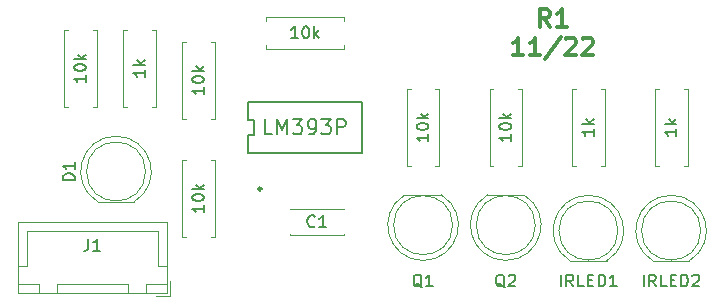
<source format=gbr>
%TF.GenerationSoftware,KiCad,Pcbnew,(6.0.8)*%
%TF.CreationDate,2022-11-29T14:53:20+01:00*%
%TF.ProjectId,l_g_d_d,6c5f675f-645f-4642-9e6b-696361645f70,rev?*%
%TF.SameCoordinates,Original*%
%TF.FileFunction,Legend,Top*%
%TF.FilePolarity,Positive*%
%FSLAX46Y46*%
G04 Gerber Fmt 4.6, Leading zero omitted, Abs format (unit mm)*
G04 Created by KiCad (PCBNEW (6.0.8)) date 2022-11-29 14:53:20*
%MOMM*%
%LPD*%
G01*
G04 APERTURE LIST*
%ADD10C,0.300000*%
%ADD11C,0.150000*%
%ADD12C,0.120000*%
%ADD13C,0.250000*%
G04 APERTURE END LIST*
D10*
X143750000Y-63471071D02*
X143250000Y-62756785D01*
X142892857Y-63471071D02*
X142892857Y-61971071D01*
X143464285Y-61971071D01*
X143607142Y-62042500D01*
X143678571Y-62113928D01*
X143750000Y-62256785D01*
X143750000Y-62471071D01*
X143678571Y-62613928D01*
X143607142Y-62685357D01*
X143464285Y-62756785D01*
X142892857Y-62756785D01*
X145178571Y-63471071D02*
X144321428Y-63471071D01*
X144750000Y-63471071D02*
X144750000Y-61971071D01*
X144607142Y-62185357D01*
X144464285Y-62328214D01*
X144321428Y-62399642D01*
X141500000Y-65886071D02*
X140642857Y-65886071D01*
X141071428Y-65886071D02*
X141071428Y-64386071D01*
X140928571Y-64600357D01*
X140785714Y-64743214D01*
X140642857Y-64814642D01*
X142928571Y-65886071D02*
X142071428Y-65886071D01*
X142500000Y-65886071D02*
X142500000Y-64386071D01*
X142357142Y-64600357D01*
X142214285Y-64743214D01*
X142071428Y-64814642D01*
X144642857Y-64314642D02*
X143357142Y-66243214D01*
X145071428Y-64528928D02*
X145142857Y-64457500D01*
X145285714Y-64386071D01*
X145642857Y-64386071D01*
X145785714Y-64457500D01*
X145857142Y-64528928D01*
X145928571Y-64671785D01*
X145928571Y-64814642D01*
X145857142Y-65028928D01*
X145000000Y-65886071D01*
X145928571Y-65886071D01*
X146500000Y-64528928D02*
X146571428Y-64457500D01*
X146714285Y-64386071D01*
X147071428Y-64386071D01*
X147214285Y-64457500D01*
X147285714Y-64528928D01*
X147357142Y-64671785D01*
X147357142Y-64814642D01*
X147285714Y-65028928D01*
X146428571Y-65886071D01*
X147357142Y-65886071D01*
D11*
%TO.C,*%
%TO.C,10k*%
X140452380Y-72595238D02*
X140452380Y-73166666D01*
X140452380Y-72880952D02*
X139452380Y-72880952D01*
X139595238Y-72976190D01*
X139690476Y-73071428D01*
X139738095Y-73166666D01*
X139452380Y-71976190D02*
X139452380Y-71880952D01*
X139500000Y-71785714D01*
X139547619Y-71738095D01*
X139642857Y-71690476D01*
X139833333Y-71642857D01*
X140071428Y-71642857D01*
X140261904Y-71690476D01*
X140357142Y-71738095D01*
X140404761Y-71785714D01*
X140452380Y-71880952D01*
X140452380Y-71976190D01*
X140404761Y-72071428D01*
X140357142Y-72119047D01*
X140261904Y-72166666D01*
X140071428Y-72214285D01*
X139833333Y-72214285D01*
X139642857Y-72166666D01*
X139547619Y-72119047D01*
X139500000Y-72071428D01*
X139452380Y-71976190D01*
X140452380Y-71214285D02*
X139452380Y-71214285D01*
X140071428Y-71119047D02*
X140452380Y-70833333D01*
X139785714Y-70833333D02*
X140166666Y-71214285D01*
%TO.C,D1*%
X103492380Y-76468095D02*
X102492380Y-76468095D01*
X102492380Y-76230000D01*
X102540000Y-76087142D01*
X102635238Y-75991904D01*
X102730476Y-75944285D01*
X102920952Y-75896666D01*
X103063809Y-75896666D01*
X103254285Y-75944285D01*
X103349523Y-75991904D01*
X103444761Y-76087142D01*
X103492380Y-76230000D01*
X103492380Y-76468095D01*
X103492380Y-74944285D02*
X103492380Y-75515714D01*
X103492380Y-75230000D02*
X102492380Y-75230000D01*
X102635238Y-75325238D01*
X102730476Y-75420476D01*
X102778095Y-75515714D01*
%TO.C,IRLED2*%
X151666666Y-85452380D02*
X151666666Y-84452380D01*
X152714285Y-85452380D02*
X152380952Y-84976190D01*
X152142857Y-85452380D02*
X152142857Y-84452380D01*
X152523809Y-84452380D01*
X152619047Y-84500000D01*
X152666666Y-84547619D01*
X152714285Y-84642857D01*
X152714285Y-84785714D01*
X152666666Y-84880952D01*
X152619047Y-84928571D01*
X152523809Y-84976190D01*
X152142857Y-84976190D01*
X153619047Y-85452380D02*
X153142857Y-85452380D01*
X153142857Y-84452380D01*
X153952380Y-84928571D02*
X154285714Y-84928571D01*
X154428571Y-85452380D02*
X153952380Y-85452380D01*
X153952380Y-84452380D01*
X154428571Y-84452380D01*
X154857142Y-85452380D02*
X154857142Y-84452380D01*
X155095238Y-84452380D01*
X155238095Y-84500000D01*
X155333333Y-84595238D01*
X155380952Y-84690476D01*
X155428571Y-84880952D01*
X155428571Y-85023809D01*
X155380952Y-85214285D01*
X155333333Y-85309523D01*
X155238095Y-85404761D01*
X155095238Y-85452380D01*
X154857142Y-85452380D01*
X155809523Y-84547619D02*
X155857142Y-84500000D01*
X155952380Y-84452380D01*
X156190476Y-84452380D01*
X156285714Y-84500000D01*
X156333333Y-84547619D01*
X156380952Y-84642857D01*
X156380952Y-84738095D01*
X156333333Y-84880952D01*
X155761904Y-85452380D01*
X156380952Y-85452380D01*
%TO.C,1k*%
X147452380Y-72119047D02*
X147452380Y-72690476D01*
X147452380Y-72404761D02*
X146452380Y-72404761D01*
X146595238Y-72500000D01*
X146690476Y-72595238D01*
X146738095Y-72690476D01*
X147452380Y-71690476D02*
X146452380Y-71690476D01*
X147071428Y-71595238D02*
X147452380Y-71309523D01*
X146785714Y-71309523D02*
X147166666Y-71690476D01*
%TO.C,J1*%
X104666666Y-81452380D02*
X104666666Y-82166666D01*
X104619047Y-82309523D01*
X104523809Y-82404761D01*
X104380952Y-82452380D01*
X104285714Y-82452380D01*
X105666666Y-82452380D02*
X105095238Y-82452380D01*
X105380952Y-82452380D02*
X105380952Y-81452380D01*
X105285714Y-81595238D01*
X105190476Y-81690476D01*
X105095238Y-81738095D01*
%TO.C,10k*%
X114452380Y-68595238D02*
X114452380Y-69166666D01*
X114452380Y-68880952D02*
X113452380Y-68880952D01*
X113595238Y-68976190D01*
X113690476Y-69071428D01*
X113738095Y-69166666D01*
X113452380Y-67976190D02*
X113452380Y-67880952D01*
X113500000Y-67785714D01*
X113547619Y-67738095D01*
X113642857Y-67690476D01*
X113833333Y-67642857D01*
X114071428Y-67642857D01*
X114261904Y-67690476D01*
X114357142Y-67738095D01*
X114404761Y-67785714D01*
X114452380Y-67880952D01*
X114452380Y-67976190D01*
X114404761Y-68071428D01*
X114357142Y-68119047D01*
X114261904Y-68166666D01*
X114071428Y-68214285D01*
X113833333Y-68214285D01*
X113642857Y-68166666D01*
X113547619Y-68119047D01*
X113500000Y-68071428D01*
X113452380Y-67976190D01*
X114452380Y-67214285D02*
X113452380Y-67214285D01*
X114071428Y-67119047D02*
X114452380Y-66833333D01*
X113785714Y-66833333D02*
X114166666Y-67214285D01*
%TO.C,Q2*%
X139905223Y-85547619D02*
X139809985Y-85500000D01*
X139714747Y-85404761D01*
X139571890Y-85261904D01*
X139476652Y-85214285D01*
X139381414Y-85214285D01*
X139429033Y-85452380D02*
X139333795Y-85404761D01*
X139238557Y-85309523D01*
X139190938Y-85119047D01*
X139190938Y-84785714D01*
X139238557Y-84595238D01*
X139333795Y-84500000D01*
X139429033Y-84452380D01*
X139619509Y-84452380D01*
X139714747Y-84500000D01*
X139809985Y-84595238D01*
X139857604Y-84785714D01*
X139857604Y-85119047D01*
X139809985Y-85309523D01*
X139714747Y-85404761D01*
X139619509Y-85452380D01*
X139429033Y-85452380D01*
X140238557Y-84547619D02*
X140286176Y-84500000D01*
X140381414Y-84452380D01*
X140619509Y-84452380D01*
X140714747Y-84500000D01*
X140762366Y-84547619D01*
X140809985Y-84642857D01*
X140809985Y-84738095D01*
X140762366Y-84880952D01*
X140190938Y-85452380D01*
X140809985Y-85452380D01*
%TO.C,U1*%
X120218095Y-72574523D02*
X119613333Y-72574523D01*
X119613333Y-71304523D01*
X120641428Y-72574523D02*
X120641428Y-71304523D01*
X121064761Y-72211666D01*
X121488095Y-71304523D01*
X121488095Y-72574523D01*
X121971904Y-71304523D02*
X122758095Y-71304523D01*
X122334761Y-71788333D01*
X122516190Y-71788333D01*
X122637142Y-71848809D01*
X122697619Y-71909285D01*
X122758095Y-72030238D01*
X122758095Y-72332619D01*
X122697619Y-72453571D01*
X122637142Y-72514047D01*
X122516190Y-72574523D01*
X122153333Y-72574523D01*
X122032380Y-72514047D01*
X121971904Y-72453571D01*
X123362857Y-72574523D02*
X123604761Y-72574523D01*
X123725714Y-72514047D01*
X123786190Y-72453571D01*
X123907142Y-72272142D01*
X123967619Y-72030238D01*
X123967619Y-71546428D01*
X123907142Y-71425476D01*
X123846666Y-71365000D01*
X123725714Y-71304523D01*
X123483809Y-71304523D01*
X123362857Y-71365000D01*
X123302380Y-71425476D01*
X123241904Y-71546428D01*
X123241904Y-71848809D01*
X123302380Y-71969761D01*
X123362857Y-72030238D01*
X123483809Y-72090714D01*
X123725714Y-72090714D01*
X123846666Y-72030238D01*
X123907142Y-71969761D01*
X123967619Y-71848809D01*
X124390952Y-71304523D02*
X125177142Y-71304523D01*
X124753809Y-71788333D01*
X124935238Y-71788333D01*
X125056190Y-71848809D01*
X125116666Y-71909285D01*
X125177142Y-72030238D01*
X125177142Y-72332619D01*
X125116666Y-72453571D01*
X125056190Y-72514047D01*
X124935238Y-72574523D01*
X124572380Y-72574523D01*
X124451428Y-72514047D01*
X124390952Y-72453571D01*
X125721428Y-72574523D02*
X125721428Y-71304523D01*
X126205238Y-71304523D01*
X126326190Y-71365000D01*
X126386666Y-71425476D01*
X126447142Y-71546428D01*
X126447142Y-71727857D01*
X126386666Y-71848809D01*
X126326190Y-71909285D01*
X126205238Y-71969761D01*
X125721428Y-71969761D01*
%TO.C,10k*%
X114452380Y-78595238D02*
X114452380Y-79166666D01*
X114452380Y-78880952D02*
X113452380Y-78880952D01*
X113595238Y-78976190D01*
X113690476Y-79071428D01*
X113738095Y-79166666D01*
X113452380Y-77976190D02*
X113452380Y-77880952D01*
X113500000Y-77785714D01*
X113547619Y-77738095D01*
X113642857Y-77690476D01*
X113833333Y-77642857D01*
X114071428Y-77642857D01*
X114261904Y-77690476D01*
X114357142Y-77738095D01*
X114404761Y-77785714D01*
X114452380Y-77880952D01*
X114452380Y-77976190D01*
X114404761Y-78071428D01*
X114357142Y-78119047D01*
X114261904Y-78166666D01*
X114071428Y-78214285D01*
X113833333Y-78214285D01*
X113642857Y-78166666D01*
X113547619Y-78119047D01*
X113500000Y-78071428D01*
X113452380Y-77976190D01*
X114452380Y-77214285D02*
X113452380Y-77214285D01*
X114071428Y-77119047D02*
X114452380Y-76833333D01*
X113785714Y-76833333D02*
X114166666Y-77214285D01*
%TO.C,IRLED1*%
X144666666Y-85452380D02*
X144666666Y-84452380D01*
X145714285Y-85452380D02*
X145380952Y-84976190D01*
X145142857Y-85452380D02*
X145142857Y-84452380D01*
X145523809Y-84452380D01*
X145619047Y-84500000D01*
X145666666Y-84547619D01*
X145714285Y-84642857D01*
X145714285Y-84785714D01*
X145666666Y-84880952D01*
X145619047Y-84928571D01*
X145523809Y-84976190D01*
X145142857Y-84976190D01*
X146619047Y-85452380D02*
X146142857Y-85452380D01*
X146142857Y-84452380D01*
X146952380Y-84928571D02*
X147285714Y-84928571D01*
X147428571Y-85452380D02*
X146952380Y-85452380D01*
X146952380Y-84452380D01*
X147428571Y-84452380D01*
X147857142Y-85452380D02*
X147857142Y-84452380D01*
X148095238Y-84452380D01*
X148238095Y-84500000D01*
X148333333Y-84595238D01*
X148380952Y-84690476D01*
X148428571Y-84880952D01*
X148428571Y-85023809D01*
X148380952Y-85214285D01*
X148333333Y-85309523D01*
X148238095Y-85404761D01*
X148095238Y-85452380D01*
X147857142Y-85452380D01*
X149380952Y-85452380D02*
X148809523Y-85452380D01*
X149095238Y-85452380D02*
X149095238Y-84452380D01*
X149000000Y-84595238D01*
X148904761Y-84690476D01*
X148809523Y-84738095D01*
%TO.C,1k*%
X109452380Y-67119047D02*
X109452380Y-67690476D01*
X109452380Y-67404761D02*
X108452380Y-67404761D01*
X108595238Y-67500000D01*
X108690476Y-67595238D01*
X108738095Y-67690476D01*
X109452380Y-66690476D02*
X108452380Y-66690476D01*
X109071428Y-66595238D02*
X109452380Y-66309523D01*
X108785714Y-66309523D02*
X109166666Y-66690476D01*
%TO.C,C1*%
X123833333Y-80357142D02*
X123785714Y-80404761D01*
X123642857Y-80452380D01*
X123547619Y-80452380D01*
X123404761Y-80404761D01*
X123309523Y-80309523D01*
X123261904Y-80214285D01*
X123214285Y-80023809D01*
X123214285Y-79880952D01*
X123261904Y-79690476D01*
X123309523Y-79595238D01*
X123404761Y-79500000D01*
X123547619Y-79452380D01*
X123642857Y-79452380D01*
X123785714Y-79500000D01*
X123833333Y-79547619D01*
X124785714Y-80452380D02*
X124214285Y-80452380D01*
X124500000Y-80452380D02*
X124500000Y-79452380D01*
X124404761Y-79595238D01*
X124309523Y-79690476D01*
X124214285Y-79738095D01*
%TO.C,Q1*%
X132905223Y-85547619D02*
X132809985Y-85500000D01*
X132714747Y-85404761D01*
X132571890Y-85261904D01*
X132476652Y-85214285D01*
X132381414Y-85214285D01*
X132429033Y-85452380D02*
X132333795Y-85404761D01*
X132238557Y-85309523D01*
X132190938Y-85119047D01*
X132190938Y-84785714D01*
X132238557Y-84595238D01*
X132333795Y-84500000D01*
X132429033Y-84452380D01*
X132619509Y-84452380D01*
X132714747Y-84500000D01*
X132809985Y-84595238D01*
X132857604Y-84785714D01*
X132857604Y-85119047D01*
X132809985Y-85309523D01*
X132714747Y-85404761D01*
X132619509Y-85452380D01*
X132429033Y-85452380D01*
X133809985Y-85452380D02*
X133238557Y-85452380D01*
X133524271Y-85452380D02*
X133524271Y-84452380D01*
X133429033Y-84595238D01*
X133333795Y-84690476D01*
X133238557Y-84738095D01*
%TO.C,10k*%
X104452380Y-67595238D02*
X104452380Y-68166666D01*
X104452380Y-67880952D02*
X103452380Y-67880952D01*
X103595238Y-67976190D01*
X103690476Y-68071428D01*
X103738095Y-68166666D01*
X103452380Y-66976190D02*
X103452380Y-66880952D01*
X103500000Y-66785714D01*
X103547619Y-66738095D01*
X103642857Y-66690476D01*
X103833333Y-66642857D01*
X104071428Y-66642857D01*
X104261904Y-66690476D01*
X104357142Y-66738095D01*
X104404761Y-66785714D01*
X104452380Y-66880952D01*
X104452380Y-66976190D01*
X104404761Y-67071428D01*
X104357142Y-67119047D01*
X104261904Y-67166666D01*
X104071428Y-67214285D01*
X103833333Y-67214285D01*
X103642857Y-67166666D01*
X103547619Y-67119047D01*
X103500000Y-67071428D01*
X103452380Y-66976190D01*
X104452380Y-66214285D02*
X103452380Y-66214285D01*
X104071428Y-66119047D02*
X104452380Y-65833333D01*
X103785714Y-65833333D02*
X104166666Y-66214285D01*
%TO.C,1k*%
X154452380Y-72119047D02*
X154452380Y-72690476D01*
X154452380Y-72404761D02*
X153452380Y-72404761D01*
X153595238Y-72500000D01*
X153690476Y-72595238D01*
X153738095Y-72690476D01*
X154452380Y-71690476D02*
X153452380Y-71690476D01*
X154071428Y-71595238D02*
X154452380Y-71309523D01*
X153785714Y-71309523D02*
X154166666Y-71690476D01*
%TO.C,10k*%
X133452380Y-72595238D02*
X133452380Y-73166666D01*
X133452380Y-72880952D02*
X132452380Y-72880952D01*
X132595238Y-72976190D01*
X132690476Y-73071428D01*
X132738095Y-73166666D01*
X132452380Y-71976190D02*
X132452380Y-71880952D01*
X132500000Y-71785714D01*
X132547619Y-71738095D01*
X132642857Y-71690476D01*
X132833333Y-71642857D01*
X133071428Y-71642857D01*
X133261904Y-71690476D01*
X133357142Y-71738095D01*
X133404761Y-71785714D01*
X133452380Y-71880952D01*
X133452380Y-71976190D01*
X133404761Y-72071428D01*
X133357142Y-72119047D01*
X133261904Y-72166666D01*
X133071428Y-72214285D01*
X132833333Y-72214285D01*
X132642857Y-72166666D01*
X132547619Y-72119047D01*
X132500000Y-72071428D01*
X132452380Y-71976190D01*
X133452380Y-71214285D02*
X132452380Y-71214285D01*
X133071428Y-71119047D02*
X133452380Y-70833333D01*
X132785714Y-70833333D02*
X133166666Y-71214285D01*
X122404761Y-64452380D02*
X121833333Y-64452380D01*
X122119047Y-64452380D02*
X122119047Y-63452380D01*
X122023809Y-63595238D01*
X121928571Y-63690476D01*
X121833333Y-63738095D01*
X123023809Y-63452380D02*
X123119047Y-63452380D01*
X123214285Y-63500000D01*
X123261904Y-63547619D01*
X123309523Y-63642857D01*
X123357142Y-63833333D01*
X123357142Y-64071428D01*
X123309523Y-64261904D01*
X123261904Y-64357142D01*
X123214285Y-64404761D01*
X123119047Y-64452380D01*
X123023809Y-64452380D01*
X122928571Y-64404761D01*
X122880952Y-64357142D01*
X122833333Y-64261904D01*
X122785714Y-64071428D01*
X122785714Y-63833333D01*
X122833333Y-63642857D01*
X122880952Y-63547619D01*
X122928571Y-63500000D01*
X123023809Y-63452380D01*
X123785714Y-64452380D02*
X123785714Y-63452380D01*
X123880952Y-64071428D02*
X124166666Y-64452380D01*
X124166666Y-63785714D02*
X123785714Y-64166666D01*
D12*
X138960000Y-75270000D02*
X138630000Y-75270000D01*
X141040000Y-75270000D02*
X141370000Y-75270000D01*
X138630000Y-75270000D02*
X138630000Y-68730000D01*
X138630000Y-68730000D02*
X138960000Y-68730000D01*
X141370000Y-75270000D02*
X141370000Y-68730000D01*
X141370000Y-68730000D02*
X141040000Y-68730000D01*
%TO.C,D1*%
X105455000Y-78290000D02*
X108545000Y-78290000D01*
X107000462Y-72740000D02*
G75*
G03*
X105455170Y-78290000I-462J-2990000D01*
G01*
X108544830Y-78290000D02*
G75*
G03*
X106999538Y-72740000I-1544830J2560000D01*
G01*
X109500000Y-75730000D02*
G75*
G03*
X109500000Y-75730000I-2500000J0D01*
G01*
%TO.C,IRLED2*%
X152455000Y-83290000D02*
X155545000Y-83290000D01*
X155544830Y-83290000D02*
G75*
G03*
X153999538Y-77740000I-1544830J2560000D01*
G01*
X154000462Y-77740000D02*
G75*
G03*
X152455170Y-83290000I-462J-2990000D01*
G01*
X156500000Y-80730000D02*
G75*
G03*
X156500000Y-80730000I-2500000J0D01*
G01*
%TO.C,1k*%
X145630000Y-75270000D02*
X145960000Y-75270000D01*
X148040000Y-68730000D02*
X148370000Y-68730000D01*
X148370000Y-75270000D02*
X148040000Y-75270000D01*
X145960000Y-68730000D02*
X145630000Y-68730000D01*
X148370000Y-68730000D02*
X148370000Y-75270000D01*
X145630000Y-68730000D02*
X145630000Y-75270000D01*
%TO.C,J1*%
X110550000Y-83725000D02*
X110550000Y-80775000D01*
X110350000Y-86275000D02*
X111600000Y-86275000D01*
X100500000Y-85975000D02*
X100500000Y-85225000D01*
X110550000Y-80775000D02*
X105000000Y-80775000D01*
X99450000Y-83725000D02*
X99450000Y-80775000D01*
X111310000Y-80015000D02*
X98690000Y-80015000D01*
X98700000Y-85225000D02*
X98700000Y-85975000D01*
X111300000Y-85975000D02*
X111300000Y-85225000D01*
X98690000Y-85985000D02*
X111310000Y-85985000D01*
X100500000Y-85225000D02*
X98700000Y-85225000D01*
X102000000Y-85225000D02*
X102000000Y-85975000D01*
X102000000Y-85975000D02*
X108000000Y-85975000D01*
X111300000Y-85225000D02*
X109500000Y-85225000D01*
X108000000Y-85975000D02*
X108000000Y-85225000D01*
X98700000Y-85975000D02*
X100500000Y-85975000D01*
X111310000Y-85985000D02*
X111310000Y-80015000D01*
X111600000Y-86275000D02*
X111600000Y-85025000D01*
X111300000Y-83725000D02*
X110550000Y-83725000D01*
X108000000Y-85225000D02*
X102000000Y-85225000D01*
X99450000Y-80775000D02*
X105000000Y-80775000D01*
X98690000Y-80015000D02*
X98690000Y-85985000D01*
X109500000Y-85975000D02*
X111300000Y-85975000D01*
X98700000Y-83725000D02*
X99450000Y-83725000D01*
X109500000Y-85225000D02*
X109500000Y-85975000D01*
%TO.C,10k*%
X115040000Y-64730000D02*
X115370000Y-64730000D01*
X112630000Y-64730000D02*
X112630000Y-71270000D01*
X115370000Y-71270000D02*
X115040000Y-71270000D01*
X112630000Y-71270000D02*
X112960000Y-71270000D01*
X112960000Y-64730000D02*
X112630000Y-64730000D01*
X115370000Y-64730000D02*
X115370000Y-71270000D01*
%TO.C,Q2*%
X141545000Y-77710000D02*
X138455000Y-77710000D01*
X138455170Y-77710000D02*
G75*
G03*
X140000462Y-83260000I1544830J-2560000D01*
G01*
X139999538Y-83260000D02*
G75*
G03*
X141544830Y-77710000I462J2990000D01*
G01*
X142500000Y-80270000D02*
G75*
G03*
X142500000Y-80270000I-2500000J0D01*
G01*
D11*
%TO.C,U1*%
X118705000Y-72621428D02*
X118205000Y-72621428D01*
X118205000Y-72621428D02*
X118205000Y-74175000D01*
X118205000Y-71378572D02*
X118705000Y-71378572D01*
X127795000Y-69825000D02*
X118205000Y-69825000D01*
X127795000Y-74175000D02*
X127795000Y-69825000D01*
X118205000Y-69825000D02*
X118205000Y-71378572D01*
X118705000Y-71378572D02*
X118705000Y-72621428D01*
X118205000Y-74175000D02*
X127795000Y-74175000D01*
D13*
X119315000Y-77195000D02*
G75*
G03*
X119315000Y-77195000I-125000J0D01*
G01*
D12*
%TO.C,10k*%
X115040000Y-74730000D02*
X115370000Y-74730000D01*
X115370000Y-81270000D02*
X115040000Y-81270000D01*
X112630000Y-74730000D02*
X112630000Y-81270000D01*
X115370000Y-74730000D02*
X115370000Y-81270000D01*
X112960000Y-74730000D02*
X112630000Y-74730000D01*
X112630000Y-81270000D02*
X112960000Y-81270000D01*
%TO.C,IRLED1*%
X145455000Y-83290000D02*
X148545000Y-83290000D01*
X148544830Y-83290000D02*
G75*
G03*
X146999538Y-77740000I-1544830J2560000D01*
G01*
X147000462Y-77740000D02*
G75*
G03*
X145455170Y-83290000I-462J-2990000D01*
G01*
X149500000Y-80730000D02*
G75*
G03*
X149500000Y-80730000I-2500000J0D01*
G01*
%TO.C,1k*%
X110370000Y-63730000D02*
X110040000Y-63730000D01*
X110040000Y-70270000D02*
X110370000Y-70270000D01*
X107630000Y-63730000D02*
X107960000Y-63730000D01*
X110370000Y-70270000D02*
X110370000Y-63730000D01*
X107960000Y-70270000D02*
X107630000Y-70270000D01*
X107630000Y-70270000D02*
X107630000Y-63730000D01*
%TO.C,C1*%
X126270000Y-78930000D02*
X121730000Y-78930000D01*
X126270000Y-81070000D02*
X126270000Y-81055000D01*
X121730000Y-78945000D02*
X121730000Y-78930000D01*
X121730000Y-81070000D02*
X121730000Y-81055000D01*
X126270000Y-81070000D02*
X121730000Y-81070000D01*
X126270000Y-78945000D02*
X126270000Y-78930000D01*
%TO.C,Q1*%
X134545000Y-77710000D02*
X131455000Y-77710000D01*
X131455170Y-77710000D02*
G75*
G03*
X133000462Y-83260000I1544830J-2560000D01*
G01*
X132999538Y-83260000D02*
G75*
G03*
X134544830Y-77710000I462J2990000D01*
G01*
X135500000Y-80270000D02*
G75*
G03*
X135500000Y-80270000I-2500000J0D01*
G01*
%TO.C,10k*%
X102630000Y-70270000D02*
X102630000Y-63730000D01*
X105040000Y-70270000D02*
X105370000Y-70270000D01*
X105370000Y-63730000D02*
X105040000Y-63730000D01*
X102630000Y-63730000D02*
X102960000Y-63730000D01*
X102960000Y-70270000D02*
X102630000Y-70270000D01*
X105370000Y-70270000D02*
X105370000Y-63730000D01*
%TO.C,1k*%
X155410000Y-75270000D02*
X155080000Y-75270000D01*
X152670000Y-68730000D02*
X152670000Y-75270000D01*
X155080000Y-68730000D02*
X155410000Y-68730000D01*
X153000000Y-68730000D02*
X152670000Y-68730000D01*
X155410000Y-68730000D02*
X155410000Y-75270000D01*
X152670000Y-75270000D02*
X153000000Y-75270000D01*
%TO.C,10k*%
X131960000Y-75270000D02*
X131630000Y-75270000D01*
X134370000Y-68730000D02*
X134040000Y-68730000D01*
X131630000Y-75270000D02*
X131630000Y-68730000D01*
X131630000Y-68730000D02*
X131960000Y-68730000D01*
X134370000Y-75270000D02*
X134370000Y-68730000D01*
X134040000Y-75270000D02*
X134370000Y-75270000D01*
X119730000Y-62960000D02*
X119730000Y-62630000D01*
X126270000Y-65370000D02*
X126270000Y-65040000D01*
X126270000Y-62630000D02*
X126270000Y-62960000D01*
X119730000Y-65370000D02*
X126270000Y-65370000D01*
X119730000Y-65040000D02*
X119730000Y-65370000D01*
X119730000Y-62630000D02*
X126270000Y-62630000D01*
%TD*%
M02*

</source>
